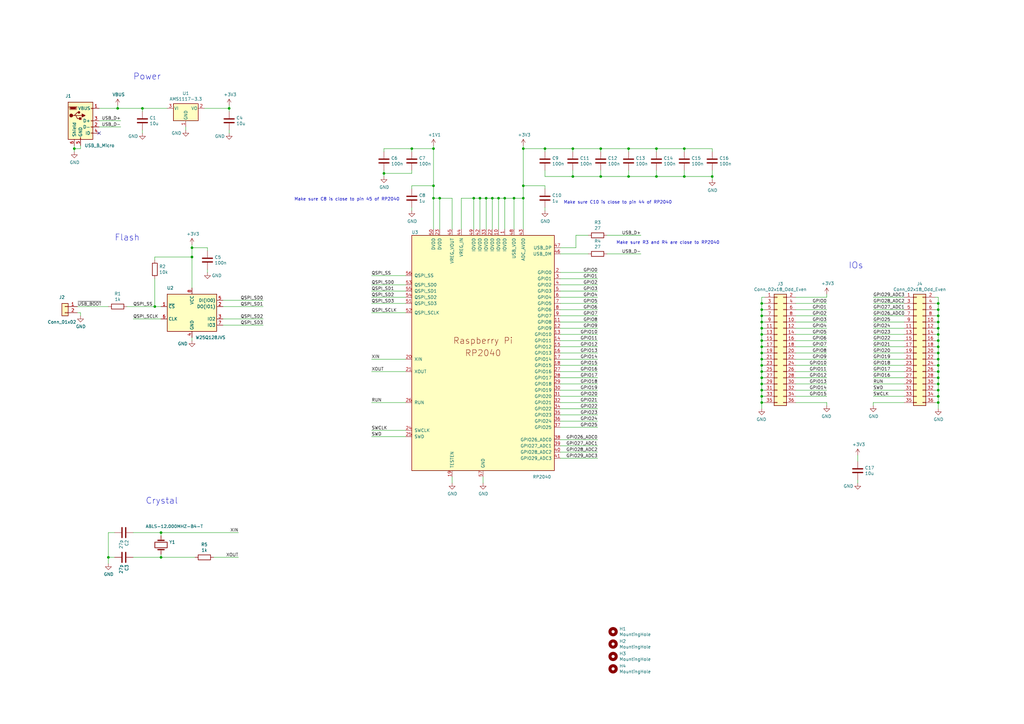
<source format=kicad_sch>
(kicad_sch (version 20230121) (generator eeschema)
  (paper "A3")
  (title_block (title "RP2040 Minimal Design Example") (date "2020-12-18") (rev "REV1") (company "Raspberry Pi (Trading) Ltd"))
  (lib_symbols
    (symbol "Connector:USB_B_Micro" (pin_names (offset 1.016))
      (property "Reference" "J" (at -5.08 11.43 0))
      (property "Value" "USB_B_Micro" (at -5.08 8.89 0))
      (symbol "USB_B_Micro_0_1"
        (rectangle (start -5.08 -7.62) (end 5.08 7.62) (stroke (width 0.254)) (fill (type background)))
        (circle (center -3.81 2.159) (radius 0.635) (stroke (width 0.254)) (fill (type outline)))
        (circle (center -0.635 3.429) (radius 0.381) (stroke (width 0.254)) (fill (type outline)))
        (rectangle (start -0.127 -7.62) (end 0.127 -6.858))
        (polyline (pts (xy -1.905 2.159) (xy 0.635 2.159)) (stroke (width 0.254)))
        (polyline (pts (xy -3.175 2.159) (xy -2.54 2.159) (xy -1.27 3.429) (xy -0.635 3.429)) (stroke (width 0.254)))
        (polyline (pts (xy -2.54 2.159) (xy -1.905 2.159) (xy -1.27 0.889) (xy 0 0.889)) (stroke (width 0.254)))
        (polyline (pts (xy 0.635 2.794) (xy 0.635 1.524) (xy 1.905 2.159) (xy 0.635 2.794)) (stroke (width 0.254)) (fill (type outline)))
        (polyline (pts (xy -4.318 5.588) (xy -1.778 5.588) (xy -2.032 4.826) (xy -4.064 4.826) (xy -4.318 5.588)) (fill (type outline)))
        (polyline (pts (xy -4.699 5.842) (xy -4.699 5.588) (xy -4.445 4.826) (xy -4.445 4.572) (xy -1.651 4.572) (xy -1.651 4.826) (xy -1.397 5.588) (xy -1.397 5.842) (xy -4.699 5.842)))
        (rectangle (start 0.254 1.27) (end -0.508 0.508) (stroke (width 0.254)) (fill (type outline)))
        (rectangle (start 5.08 -5.207) (end 4.318 -4.953))
        (rectangle (start 5.08 -2.667) (end 4.318 -2.413))
        (rectangle (start 5.08 -0.127) (end 4.318 0.127))
        (rectangle (start 5.08 4.953) (end 4.318 5.207))
      )
      (symbol "USB_B_Micro_1_1"
        (pin power_out line (at 7.62 5.08 180) (length 2.54) (name "VBUS") (number "1"))
        (pin bidirectional line (at 7.62 -2.54 180) (length 2.54) (name "D-") (number "2"))
        (pin bidirectional line (at 7.62 0 180) (length 2.54) (name "D+") (number "3"))
        (pin passive line (at 7.62 -5.08 180) (length 2.54) (name "ID") (number "4"))
        (pin power_out line (at 0 -10.16 90) (length 2.54) (name "GND") (number "5"))
        (pin passive line (at -2.54 -10.16 90) (length 2.54) (name "Shield") (number "6"))
      )
    )
    (symbol "Connector_Generic:Conn_01x02" (pin_names (offset 1.016) hide)
      (property "Reference" "J" (at 0 2.54 0))
      (property "Value" "Conn_01x02" (at 0 -5.08 0))
      (symbol "Conn_01x02_1_1"
        (rectangle (start -1.27 -2.413) (end 0 -2.667) (stroke (width 0.1524)))
        (rectangle (start -1.27 0.127) (end 0 -0.127) (stroke (width 0.1524)))
        (rectangle (start -1.27 1.27) (end 1.27 -3.81) (stroke (width 0.254)) (fill (type background)))
        (pin passive line (at -5.08 0 0) (length 3.81) (name "Pin_1") (number "1"))
        (pin passive line (at -5.08 -2.54 0) (length 3.81) (name "Pin_2") (number "2"))
      )
    )
    (symbol "Connector_Generic:Conn_02x18_Odd_Even" (pin_names (offset 1.016) hide)
      (property "Reference" "J" (at 1.27 22.86 0))
      (property "Value" "Conn_02x18_Odd_Even" (at 1.27 -25.4 0))
      (symbol "Conn_02x18_Odd_Even_1_1"
        (rectangle (start -1.27 -22.733) (end 0 -22.987) (stroke (width 0.1524)))
        (rectangle (start -1.27 -20.193) (end 0 -20.447) (stroke (width 0.1524)))
        (rectangle (start -1.27 -17.653) (end 0 -17.907) (stroke (width 0.1524)))
        (rectangle (start -1.27 -15.113) (end 0 -15.367) (stroke (width 0.1524)))
        (rectangle (start -1.27 -12.573) (end 0 -12.827) (stroke (width 0.1524)))
        (rectangle (start -1.27 -10.033) (end 0 -10.287) (stroke (width 0.1524)))
        (rectangle (start -1.27 -7.493) (end 0 -7.747) (stroke (width 0.1524)))
        (rectangle (start -1.27 -4.953) (end 0 -5.207) (stroke (width 0.1524)))
        (rectangle (start -1.27 -2.413) (end 0 -2.667) (stroke (width 0.1524)))
        (rectangle (start -1.27 0.127) (end 0 -0.127) (stroke (width 0.1524)))
        (rectangle (start -1.27 2.667) (end 0 2.413) (stroke (width 0.1524)))
        (rectangle (start -1.27 5.207) (end 0 4.953) (stroke (width 0.1524)))
        (rectangle (start -1.27 7.747) (end 0 7.493) (stroke (width 0.1524)))
        (rectangle (start -1.27 10.287) (end 0 10.033) (stroke (width 0.1524)))
        (rectangle (start -1.27 12.827) (end 0 12.573) (stroke (width 0.1524)))
        (rectangle (start -1.27 15.367) (end 0 15.113) (stroke (width 0.1524)))
        (rectangle (start -1.27 17.907) (end 0 17.653) (stroke (width 0.1524)))
        (rectangle (start -1.27 20.447) (end 0 20.193) (stroke (width 0.1524)))
        (rectangle (start -1.27 21.59) (end 3.81 -24.13) (stroke (width 0.254)) (fill (type background)))
        (rectangle (start 3.81 -22.733) (end 2.54 -22.987) (stroke (width 0.1524)))
        (rectangle (start 3.81 -20.193) (end 2.54 -20.447) (stroke (width 0.1524)))
        (rectangle (start 3.81 -17.653) (end 2.54 -17.907) (stroke (width 0.1524)))
        (rectangle (start 3.81 -15.113) (end 2.54 -15.367) (stroke (width 0.1524)))
        (rectangle (start 3.81 -12.573) (end 2.54 -12.827) (stroke (width 0.1524)))
        (rectangle (start 3.81 -10.033) (end 2.54 -10.287) (stroke (width 0.1524)))
        (rectangle (start 3.81 -7.493) (end 2.54 -7.747) (stroke (width 0.1524)))
        (rectangle (start 3.81 -4.953) (end 2.54 -5.207) (stroke (width 0.1524)))
        (rectangle (start 3.81 -2.413) (end 2.54 -2.667) (stroke (width 0.1524)))
        (rectangle (start 3.81 0.127) (end 2.54 -0.127) (stroke (width 0.1524)))
        (rectangle (start 3.81 2.667) (end 2.54 2.413) (stroke (width 0.1524)))
        (rectangle (start 3.81 5.207) (end 2.54 4.953) (stroke (width 0.1524)))
        (rectangle (start 3.81 7.747) (end 2.54 7.493) (stroke (width 0.1524)))
        (rectangle (start 3.81 10.287) (end 2.54 10.033) (stroke (width 0.1524)))
        (rectangle (start 3.81 12.827) (end 2.54 12.573) (stroke (width 0.1524)))
        (rectangle (start 3.81 15.367) (end 2.54 15.113) (stroke (width 0.1524)))
        (rectangle (start 3.81 17.907) (end 2.54 17.653) (stroke (width 0.1524)))
        (rectangle (start 3.81 20.447) (end 2.54 20.193) (stroke (width 0.1524)))
        (pin passive line (at -5.08 20.32 0) (length 3.81) (name "Pin_1") (number "1"))
        (pin passive line (at 7.62 10.16 180) (length 3.81) (name "Pin_10") (number "10"))
        (pin passive line (at -5.08 7.62 0) (length 3.81) (name "Pin_11") (number "11"))
        (pin passive line (at 7.62 7.62 180) (length 3.81) (name "Pin_12") (number "12"))
        (pin passive line (at -5.08 5.08 0) (length 3.81) (name "Pin_13") (number "13"))
        (pin passive line (at 7.62 5.08 180) (length 3.81) (name "Pin_14") (number "14"))
        (pin passive line (at -5.08 2.54 0) (length 3.81) (name "Pin_15") (number "15"))
        (pin passive line (at 7.62 2.54 180) (length 3.81) (name "Pin_16") (number "16"))
        (pin passive line (at -5.08 0 0) (length 3.81) (name "Pin_17") (number "17"))
        (pin passive line (at 7.62 0 180) (length 3.81) (name "Pin_18") (number "18"))
        (pin passive line (at -5.08 -2.54 0) (length 3.81) (name "Pin_19") (number "19"))
        (pin passive line (at 7.62 20.32 180) (length 3.81) (name "Pin_2") (number "2"))
        (pin passive line (at 7.62 -2.54 180) (length 3.81) (name "Pin_20") (number "20"))
        (pin passive line (at -5.08 -5.08 0) (length 3.81) (name "Pin_21") (number "21"))
        (pin passive line (at 7.62 -5.08 180) (length 3.81) (name "Pin_22") (number "22"))
        (pin passive line (at -5.08 -7.62 0) (length 3.81) (name "Pin_23") (number "23"))
        (pin passive line (at 7.62 -7.62 180) (length 3.81) (name "Pin_24") (number "24"))
        (pin passive line (at -5.08 -10.16 0) (length 3.81) (name "Pin_25") (number "25"))
        (pin passive line (at 7.62 -10.16 180) (length 3.81) (name "Pin_26") (number "26"))
        (pin passive line (at -5.08 -12.7 0) (length 3.81) (name "Pin_27") (number "27"))
        (pin passive line (at 7.62 -12.7 180) (length 3.81) (name "Pin_28") (number "28"))
        (pin passive line (at -5.08 -15.24 0) (length 3.81) (name "Pin_29") (number "29"))
        (pin passive line (at -5.08 17.78 0) (length 3.81) (name "Pin_3") (number "3"))
        (pin passive line (at 7.62 -15.24 180) (length 3.81) (name "Pin_30") (number "30"))
        (pin passive line (at -5.08 -17.78 0) (length 3.81) (name "Pin_31") (number "31"))
        (pin passive line (at 7.62 -17.78 180) (length 3.81) (name "Pin_32") (number "32"))
        (pin passive line (at -5.08 -20.32 0) (length 3.81) (name "Pin_33") (number "33"))
        (pin passive line (at 7.62 -20.32 180) (length 3.81) (name "Pin_34") (number "34"))
        (pin passive line (at -5.08 -22.86 0) (length 3.81) (name "Pin_35") (number "35"))
        (pin passive line (at 7.62 -22.86 180) (length 3.81) (name "Pin_36") (number "36"))
        (pin passive line (at 7.62 17.78 180) (length 3.81) (name "Pin_4") (number "4"))
        (pin passive line (at -5.08 15.24 0) (length 3.81) (name "Pin_5") (number "5"))
        (pin passive line (at 7.62 15.24 180) (length 3.81) (name "Pin_6") (number "6"))
        (pin passive line (at -5.08 12.7 0) (length 3.81) (name "Pin_7") (number "7"))
        (pin passive line (at 7.62 12.7 180) (length 3.81) (name "Pin_8") (number "8"))
        (pin passive line (at -5.08 10.16 0) (length 3.81) (name "Pin_9") (number "9"))
      )
    )
    (symbol "Device:C" (pin_numbers hide) (pin_names (offset 0.254))
      (property "Reference" "C" (at 0.635 2.54 0))
      (property "Value" "C" (at 0.635 -2.54 0))
      (symbol "C_0_1"
        (polyline (pts (xy -2.032 -0.762) (xy 2.032 -0.762)) (stroke (width 0.508)))
        (polyline (pts (xy -2.032 0.762) (xy 2.032 0.762)) (stroke (width 0.508)))
      )
      (symbol "C_1_1"
        (pin passive line (at 0 3.81 270) (length 2.794) (name "~") (number "1"))
        (pin passive line (at 0 -3.81 90) (length 2.794) (name "~") (number "2"))
      )
    )
    (symbol "Device:Crystal" (pin_numbers hide) (pin_names (offset 1.016) hide)
      (property "Reference" "Y" (at 0 3.81 0))
      (property "Value" "Crystal" (at 0 -3.81 0))
      (symbol "Crystal_0_1"
        (rectangle (start -1.143 2.54) (end 1.143 -2.54) (stroke (width 0.3048)))
        (polyline (pts (xy -2.54 0) (xy -1.905 0)))
        (polyline (pts (xy -1.905 -1.27) (xy -1.905 1.27)) (stroke (width 0.508)))
        (polyline (pts (xy 1.905 -1.27) (xy 1.905 1.27)) (stroke (width 0.508)))
        (polyline (pts (xy 2.54 0) (xy 1.905 0)))
      )
      (symbol "Crystal_1_1"
        (pin passive line (at -3.81 0 0) (length 1.27) (name "1") (number "1"))
        (pin passive line (at 3.81 0 180) (length 1.27) (name "2") (number "2"))
      )
    )
    (symbol "Device:R" (pin_numbers hide) (pin_names (offset 0))
      (property "Reference" "R" (at 2.032 0 90))
      (property "Value" "R" (at 0 0 90))
      (symbol "R_0_1"
        (rectangle (start -1.016 -2.54) (end 1.016 2.54) (stroke (width 0.254)))
      )
      (symbol "R_1_1"
        (pin passive line (at 0 3.81 270) (length 1.27) (name "~") (number "1"))
        (pin passive line (at 0 -3.81 90) (length 1.27) (name "~") (number "2"))
      )
    )
    (symbol "MCU_RaspberryPi_RP2040:RP2040" (pin_names (offset 1.016))
      (property "Reference" "U" (at -29.21 49.53 0))
      (property "Value" "RP2040" (at 24.13 -49.53 0))
      (symbol "RP2040_0_0"
        (text "Raspberry Pi" (at 0 5.08 0) (effects (font (size 2.54 2.54))))
        (text "RP2040" (at 0 0 0) (effects (font (size 2.54 2.54))))
      )
      (symbol "RP2040_0_1"
        (rectangle (start 29.21 48.26) (end -29.21 -48.26) (stroke (width 0.254)) (fill (type background)))
      )
      (symbol "RP2040_1_1"
        (pin power_in line (at 8.89 50.8 270) (length 2.54) (name "IOVDD") (number "1"))
        (pin power_in line (at 6.35 50.8 270) (length 2.54) (name "IOVDD") (number "10"))
        (pin bidirectional line (at 31.75 12.7 180) (length 2.54) (name "GPIO8") (number "11"))
        (pin bidirectional line (at 31.75 10.16 180) (length 2.54) (name "GPIO9") (number "12"))
        (pin bidirectional line (at 31.75 7.62 180) (length 2.54) (name "GPIO10") (number "13"))
        (pin bidirectional line (at 31.75 5.08 180) (length 2.54) (name "GPIO11") (number "14"))
        (pin bidirectional line (at 31.75 2.54 180) (length 2.54) (name "GPIO12") (number "15"))
        (pin bidirectional line (at 31.75 0 180) (length 2.54) (name "GPIO13") (number "16"))
        (pin bidirectional line (at 31.75 -2.54 180) (length 2.54) (name "GPIO14") (number "17"))
        (pin bidirectional line (at 31.75 -5.08 180) (length 2.54) (name "GPIO15") (number "18"))
        (pin passive line (at -12.7 -50.8 90) (length 2.54) (name "TESTEN") (number "19"))
        (pin bidirectional line (at 31.75 33.02 180) (length 2.54) (name "GPIO0") (number "2"))
        (pin input line (at -31.75 -2.54 0) (length 2.54) (name "XIN") (number "20"))
        (pin passive line (at -31.75 -7.62 0) (length 2.54) (name "XOUT") (number "21"))
        (pin power_in line (at 3.81 50.8 270) (length 2.54) (name "IOVDD") (number "22"))
        (pin power_in line (at -17.78 50.8 270) (length 2.54) (name "DVDD") (number "23"))
        (pin output line (at -31.75 -31.75 0) (length 2.54) (name "SWCLK") (number "24"))
        (pin bidirectional line (at -31.75 -34.29 0) (length 2.54) (name "SWD") (number "25"))
        (pin input line (at -31.75 -20.32 0) (length 2.54) (name "RUN") (number "26"))
        (pin bidirectional line (at 31.75 -7.62 180) (length 2.54) (name "GPIO16") (number "27"))
        (pin bidirectional line (at 31.75 -10.16 180) (length 2.54) (name "GPIO17") (number "28"))
        (pin bidirectional line (at 31.75 -12.7 180) (length 2.54) (name "GPIO18") (number "29"))
        (pin bidirectional line (at 31.75 30.48 180) (length 2.54) (name "GPIO1") (number "3"))
        (pin bidirectional line (at 31.75 -15.24 180) (length 2.54) (name "GPIO19") (number "30"))
        (pin bidirectional line (at 31.75 -17.78 180) (length 2.54) (name "GPIO20") (number "31"))
        (pin bidirectional line (at 31.75 -20.32 180) (length 2.54) (name "GPIO21") (number "32"))
        (pin power_in line (at 1.27 50.8 270) (length 2.54) (name "IOVDD") (number "33"))
        (pin bidirectional line (at 31.75 -22.86 180) (length 2.54) (name "GPIO22") (number "34"))
        (pin bidirectional line (at 31.75 -25.4 180) (length 2.54) (name "GPIO23") (number "35"))
        (pin bidirectional line (at 31.75 -27.94 180) (length 2.54) (name "GPIO24") (number "36"))
        (pin bidirectional line (at 31.75 -30.48 180) (length 2.54) (name "GPIO25") (number "37"))
        (pin bidirectional line (at 31.75 -35.56 180) (length 2.54) (name "GPIO26_ADC0") (number "38"))
        (pin bidirectional line (at 31.75 -38.1 180) (length 2.54) (name "GPIO27_ADC1") (number "39"))
        (pin bidirectional line (at 31.75 27.94 180) (length 2.54) (name "GPIO2") (number "4"))
        (pin bidirectional line (at 31.75 -40.64 180) (length 2.54) (name "GPIO28_ADC2") (number "40"))
        (pin bidirectional line (at 31.75 -43.18 180) (length 2.54) (name "GPIO29_ADC3") (number "41"))
        (pin power_in line (at -1.27 50.8 270) (length 2.54) (name "IOVDD") (number "42"))
        (pin power_in line (at 16.51 50.8 270) (length 2.54) (name "ADC_AVDD") (number "43"))
        (pin power_in line (at -8.89 50.8 270) (length 2.54) (name "VREG_IN") (number "44"))
        (pin power_out line (at -12.7 50.8 270) (length 2.54) (name "VREG_VOUT") (number "45"))
        (pin bidirectional line (at 31.75 40.64 180) (length 2.54) (name "USB_DM") (number "46"))
        (pin bidirectional line (at 31.75 43.18 180) (length 2.54) (name "USB_DP") (number "47"))
        (pin power_in line (at 12.7 50.8 270) (length 2.54) (name "USB_VDD") (number "48"))
        (pin power_in line (at -3.81 50.8 270) (length 2.54) (name "IOVDD") (number "49"))
        (pin bidirectional line (at 31.75 25.4 180) (length 2.54) (name "GPIO3") (number "5"))
        (pin power_in line (at -20.32 50.8 270) (length 2.54) (name "DVDD") (number "50"))
        (pin bidirectional line (at -31.75 20.32 0) (length 2.54) (name "QSPI_SD3") (number "51"))
        (pin output line (at -31.75 16.51 0) (length 2.54) (name "QSPI_SCLK") (number "52"))
        (pin bidirectional line (at -31.75 27.94 0) (length 2.54) (name "QSPI_SD0") (number "53"))
        (pin bidirectional line (at -31.75 22.86 0) (length 2.54) (name "QSPI_SD2") (number "54"))
        (pin bidirectional line (at -31.75 25.4 0) (length 2.54) (name "QSPI_SD1") (number "55"))
        (pin bidirectional line (at -31.75 31.75 0) (length 2.54) (name "QSPI_SS") (number "56"))
        (pin power_in line (at 0 -50.8 90) (length 2.54) (name "GND") (number "57"))
        (pin bidirectional line (at 31.75 22.86 180) (length 2.54) (name "GPIO4") (number "6"))
        (pin bidirectional line (at 31.75 20.32 180) (length 2.54) (name "GPIO5") (number "7"))
        (pin bidirectional line (at 31.75 17.78 180) (length 2.54) (name "GPIO6") (number "8"))
        (pin bidirectional line (at 31.75 15.24 180) (length 2.54) (name "GPIO7") (number "9"))
      )
    )
    (symbol "Mechanical:MountingHole" (pin_names (offset 1.016))
      (property "Reference" "H" (at 0 5.08 0))
      (property "Value" "MountingHole" (at 0 3.175 0))
      (symbol "MountingHole_0_1"
        (circle (center 0 0) (radius 1.27) (stroke (width 1.27)))
      )
    )
    (symbol "Memory_Flash:W25Q128JVS"
      (property "Reference" "U" (at -8.89 8.89 0))
      (property "Value" "W25Q128JVS" (at 7.62 8.89 0))
      (symbol "W25Q128JVS_0_1"
        (rectangle (start -10.16 7.62) (end 10.16 -7.62) (stroke (width 0.254)) (fill (type background)))
      )
      (symbol "W25Q128JVS_1_1"
        (pin input line (at -12.7 2.54 0) (length 2.54) (name "~{CS}") (number "1"))
        (pin bidirectional line (at 12.7 2.54 180) (length 2.54) (name "DO(IO1)") (number "2"))
        (pin bidirectional line (at 12.7 -2.54 180) (length 2.54) (name "IO2") (number "3"))
        (pin power_in line (at 0 -10.16 90) (length 2.54) (name "GND") (number "4"))
        (pin bidirectional line (at 12.7 5.08 180) (length 2.54) (name "DI(IO0)") (number "5"))
        (pin input line (at -12.7 -2.54 0) (length 2.54) (name "CLK") (number "6"))
        (pin bidirectional line (at 12.7 -5.08 180) (length 2.54) (name "IO3") (number "7"))
        (pin power_in line (at 0 10.16 270) (length 2.54) (name "VCC") (number "8"))
      )
    )
    (symbol "Regulator_Linear:NCP1117-3.3_SOT223" (pin_names (offset 0.254))
      (property "Reference" "U" (at -3.81 3.175 0))
      (property "Value" "NCP1117-3.3_SOT223" (at 0 3.175 0))
      (symbol "NCP1117-3.3_SOT223_0_1"
        (rectangle (start -5.08 -5.08) (end 5.08 1.905) (stroke (width 0.254)) (fill (type background)))
      )
      (symbol "NCP1117-3.3_SOT223_1_1"
        (pin power_in line (at 0 -7.62 90) (length 2.54) (name "GND") (number "1"))
        (pin power_out line (at 7.62 0 180) (length 2.54) (name "VO") (number "2"))
        (pin power_in line (at -7.62 0 0) (length 2.54) (name "VI") (number "3"))
      )
    )
    (symbol "power:+1V1" (power) (pin_names (offset 0))
      (property "Value" "+1V1" (at 0 3.556 0))
      (symbol "+1V1_0_1"
        (polyline (pts (xy -0.762 1.27) (xy 0 2.54)))
        (polyline (pts (xy 0 0) (xy 0 2.54)))
        (polyline (pts (xy 0 2.54) (xy 0.762 1.27)))
      )
      (symbol "+1V1_1_1"
        (pin power_in line (at 0 0 90) (length 0) hide (name "+1V1") (number "1"))
      )
    )
    (symbol "power:+3V3" (power) (pin_names (offset 0))
      (property "Value" "+3V3" (at 0 3.556 0))
      (symbol "+3V3_0_1"
        (polyline (pts (xy -0.762 1.27) (xy 0 2.54)))
        (polyline (pts (xy 0 0) (xy 0 2.54)))
        (polyline (pts (xy 0 2.54) (xy 0.762 1.27)))
      )
      (symbol "+3V3_1_1"
        (pin power_in line (at 0 0 90) (length 0) hide (name "+3V3") (number "1"))
      )
    )
    (symbol "power:GND" (power) (pin_names (offset 0))
      (property "Value" "GND" (at 0 -3.81 0))
      (symbol "GND_0_1"
        (polyline (pts (xy 0 0) (xy 0 -1.27) (xy 1.27 -1.27) (xy 0 -2.54) (xy -1.27 -1.27) (xy 0 -1.27)))
      )
      (symbol "GND_1_1"
        (pin power_in line (at 0 0 270) (length 0) hide (name "GND") (number "1"))
      )
    )
    (symbol "power:VBUS" (power) (pin_names (offset 0))
      (property "Value" "VBUS" (at 0 3.81 0))
      (symbol "VBUS_0_1"
        (polyline (pts (xy -0.762 1.27) (xy 0 2.54)))
        (polyline (pts (xy 0 0) (xy 0 2.54)))
        (polyline (pts (xy 0 2.54) (xy 0.762 1.27)))
      )
      (symbol "VBUS_1_1"
        (pin power_in line (at 0 0 90) (length 0) hide (name "VBUS") (number "1"))
      )
    )
  )
  (junction (at 312.42 124.46))
  (junction (at 384.81 147.32))
  (junction (at 312.42 139.7))
  (junction (at 58.42 44.45))
  (junction (at 66.04 218.44))
  (junction (at 223.52 60.96))
  (junction (at 269.24 72.39))
  (junction (at 257.81 60.96))
  (junction (at 384.81 162.56))
  (junction (at 384.81 127))
  (junction (at 234.95 72.39))
  (junction (at 48.26 44.45))
  (junction (at 384.81 137.16))
  (junction (at 180.34 81.28))
  (junction (at 384.81 160.02))
  (junction (at 384.81 165.1))
  (junction (at 384.81 142.24))
  (junction (at 44.45 228.6))
  (junction (at 384.81 132.08))
  (junction (at 384.81 152.4))
  (junction (at 312.42 132.08))
  (junction (at 312.42 165.1))
  (junction (at 214.63 76.2))
  (junction (at 384.81 124.46))
  (junction (at 384.81 129.54))
  (junction (at 312.42 134.62))
  (junction (at 312.42 154.94))
  (junction (at 246.38 72.39))
  (junction (at 199.39 81.28))
  (junction (at 312.42 127))
  (junction (at 384.81 149.86))
  (junction (at 292.1 72.39))
  (junction (at 312.42 162.56))
  (junction (at 312.42 129.54))
  (junction (at 312.42 152.4))
  (junction (at 312.42 149.86))
  (junction (at 384.81 154.94))
  (junction (at 384.81 139.7))
  (junction (at 157.48 71.12))
  (junction (at 269.24 60.96))
  (junction (at 30.48 60.96))
  (junction (at 312.42 147.32))
  (junction (at 168.91 60.96))
  (junction (at 93.98 44.45))
  (junction (at 207.01 81.28))
  (junction (at 214.63 81.28))
  (junction (at 201.93 81.28))
  (junction (at 384.81 134.62))
  (junction (at 177.8 60.96))
  (junction (at 312.42 137.16))
  (junction (at 78.74 105.41))
  (junction (at 234.95 60.96))
  (junction (at 194.31 81.28))
  (junction (at 78.74 101.6))
  (junction (at 214.63 60.96))
  (junction (at 312.42 142.24))
  (junction (at 384.81 144.78))
  (junction (at 204.47 81.28))
  (junction (at 246.38 60.96))
  (junction (at 280.67 72.39))
  (junction (at 312.42 144.78))
  (junction (at 312.42 160.02))
  (junction (at 280.67 60.96))
  (junction (at 384.81 157.48))
  (junction (at 177.8 81.28))
  (junction (at 210.82 81.28))
  (junction (at 177.8 76.2))
  (junction (at 257.81 72.39))
  (junction (at 312.42 157.48))
  (junction (at 63.5 125.73))
  (junction (at 66.04 228.6))
  (junction (at 196.85 81.28))
  (no_connect (at 40.64 54.61))
  (wire (pts (xy 229.87 132.08) (xy 245.11 132.08)))
  (wire (pts (xy 229.87 157.48) (xy 245.11 157.48)))
  (wire (pts (xy 370.84 149.86) (xy 358.14 149.86)))
  (wire (pts (xy 207.01 81.28) (xy 210.82 81.28)))
  (wire (pts (xy 236.22 96.52) (xy 236.22 101.6)))
  (wire (pts (xy 157.48 69.85) (xy 157.48 71.12)))
  (wire (pts (xy 229.87 137.16) (xy 245.11 137.16)))
  (wire (pts (xy 180.34 93.98) (xy 180.34 81.28)))
  (wire (pts (xy 313.69 127) (xy 312.42 127)))
  (wire (pts (xy 168.91 77.47) (xy 168.91 76.2)))
  (wire (pts (xy 313.69 132.08) (xy 312.42 132.08)))
  (wire (pts (xy 370.84 132.08) (xy 358.14 132.08)))
  (wire (pts (xy 229.87 119.38) (xy 245.11 119.38)))
  (wire (pts (xy 177.8 59.69) (xy 177.8 60.96)))
  (wire (pts (xy 58.42 45.72) (xy 58.42 44.45)))
  (wire (pts (xy 91.44 133.35) (xy 107.95 133.35)))
  (wire (pts (xy 63.5 106.68) (xy 63.5 105.41)))
  (wire (pts (xy 157.48 71.12) (xy 157.48 72.39)))
  (wire (pts (xy 339.09 121.92) (xy 339.09 120.65)))
  (wire (pts (xy 229.87 147.32) (xy 245.11 147.32)))
  (wire (pts (xy 214.63 60.96) (xy 223.52 60.96)))
  (wire (pts (xy 194.31 93.98) (xy 194.31 81.28)))
  (wire (pts (xy 234.95 69.85) (xy 234.95 72.39)))
  (wire (pts (xy 201.93 81.28) (xy 204.47 81.28)))
  (wire (pts (xy 370.84 137.16) (xy 358.14 137.16)))
  (wire (pts (xy 384.81 144.78) (xy 384.81 147.32)))
  (wire (pts (xy 223.52 85.09) (xy 223.52 86.36)))
  (wire (pts (xy 339.09 144.78) (xy 326.39 144.78)))
  (wire (pts (xy 91.44 123.19) (xy 107.95 123.19)))
  (wire (pts (xy 384.81 127) (xy 384.81 129.54)))
  (wire (pts (xy 68.58 44.45) (xy 58.42 44.45)))
  (wire (pts (xy 383.54 127) (xy 384.81 127)))
  (wire (pts (xy 339.09 127) (xy 326.39 127)))
  (wire (pts (xy 384.81 152.4) (xy 384.81 154.94)))
  (wire (pts (xy 384.81 149.86) (xy 384.81 152.4)))
  (wire (pts (xy 196.85 81.28) (xy 199.39 81.28)))
  (wire (pts (xy 229.87 124.46) (xy 245.11 124.46)))
  (wire (pts (xy 214.63 59.69) (xy 214.63 60.96)))
  (wire (pts (xy 257.81 62.23) (xy 257.81 60.96)))
  (wire (pts (xy 257.81 72.39) (xy 246.38 72.39)))
  (wire (pts (xy 196.85 93.98) (xy 196.85 81.28)))
  (wire (pts (xy 40.64 52.07) (xy 49.53 52.07)))
  (wire (pts (xy 152.4 121.92) (xy 166.37 121.92)))
  (wire (pts (xy 66.04 228.6) (xy 80.01 228.6)))
  (wire (pts (xy 236.22 96.52) (xy 241.3 96.52)))
  (wire (pts (xy 93.98 45.72) (xy 93.98 44.45)))
  (wire (pts (xy 31.75 128.27) (xy 33.02 128.27)))
  (wire (pts (xy 214.63 76.2) (xy 223.52 76.2)))
  (wire (pts (xy 248.92 104.14) (xy 262.89 104.14)))
  (wire (pts (xy 358.14 166.37) (xy 358.14 165.1)))
  (wire (pts (xy 229.87 104.14) (xy 241.3 104.14)))
  (wire (pts (xy 339.09 129.54) (xy 326.39 129.54)))
  (wire (pts (xy 223.52 77.47) (xy 223.52 76.2)))
  (wire (pts (xy 312.42 139.7) (xy 312.42 142.24)))
  (wire (pts (xy 210.82 93.98) (xy 210.82 81.28)))
  (wire (pts (xy 76.2 52.07) (xy 76.2 53.34)))
  (wire (pts (xy 229.87 129.54) (xy 245.11 129.54)))
  (wire (pts (xy 229.87 187.96) (xy 245.11 187.96)))
  (wire (pts (xy 177.8 60.96) (xy 177.8 76.2)))
  (wire (pts (xy 384.81 139.7) (xy 384.81 142.24)))
  (wire (pts (xy 313.69 142.24) (xy 312.42 142.24)))
  (wire (pts (xy 384.81 132.08) (xy 384.81 134.62)))
  (wire (pts (xy 229.87 142.24) (xy 245.11 142.24)))
  (wire (pts (xy 312.42 149.86) (xy 312.42 152.4)))
  (wire (pts (xy 383.54 129.54) (xy 384.81 129.54)))
  (wire (pts (xy 46.99 218.44) (xy 44.45 218.44)))
  (wire (pts (xy 384.81 162.56) (xy 384.81 165.1)))
  (wire (pts (xy 312.42 157.48) (xy 312.42 160.02)))
  (wire (pts (xy 166.37 179.07) (xy 152.4 179.07)))
  (wire (pts (xy 384.81 124.46) (xy 384.81 127)))
  (wire (pts (xy 78.74 100.33) (xy 78.74 101.6)))
  (wire (pts (xy 313.69 160.02) (xy 312.42 160.02)))
  (wire (pts (xy 313.69 157.48) (xy 312.42 157.48)))
  (wire (pts (xy 384.81 142.24) (xy 384.81 144.78)))
  (wire (pts (xy 168.91 71.12) (xy 168.91 69.85)))
  (wire (pts (xy 370.84 157.48) (xy 358.14 157.48)))
  (wire (pts (xy 199.39 81.28) (xy 201.93 81.28)))
  (wire (pts (xy 384.81 134.62) (xy 384.81 137.16)))
  (wire (pts (xy 229.87 144.78) (xy 245.11 144.78)))
  (wire (pts (xy 383.54 154.94) (xy 384.81 154.94)))
  (wire (pts (xy 66.04 218.44) (xy 97.79 218.44)))
  (wire (pts (xy 229.87 175.26) (xy 245.11 175.26)))
  (wire (pts (xy 246.38 69.85) (xy 246.38 72.39)))
  (wire (pts (xy 269.24 72.39) (xy 257.81 72.39)))
  (wire (pts (xy 370.84 147.32) (xy 358.14 147.32)))
  (wire (pts (xy 312.42 142.24) (xy 312.42 144.78)))
  (wire (pts (xy 152.4 147.32) (xy 166.37 147.32)))
  (wire (pts (xy 312.42 121.92) (xy 312.42 124.46)))
  (wire (pts (xy 85.09 110.49) (xy 85.09 111.76)))
  (wire (pts (xy 168.91 85.09) (xy 168.91 86.36)))
  (wire (pts (xy 201.93 93.98) (xy 201.93 81.28)))
  (wire (pts (xy 370.84 152.4) (xy 358.14 152.4)))
  (wire (pts (xy 313.69 149.86) (xy 312.42 149.86)))
  (wire (pts (xy 177.8 81.28) (xy 177.8 93.98)))
  (wire (pts (xy 313.69 165.1) (xy 312.42 165.1)))
  (wire (pts (xy 229.87 152.4) (xy 245.11 152.4)))
  (wire (pts (xy 54.61 130.81) (xy 66.04 130.81)))
  (wire (pts (xy 383.54 137.16) (xy 384.81 137.16)))
  (wire (pts (xy 30.48 59.69) (xy 30.48 60.96)))
  (wire (pts (xy 384.81 137.16) (xy 384.81 139.7)))
  (wire (pts (xy 229.87 185.42) (xy 245.11 185.42)))
  (wire (pts (xy 44.45 228.6) (xy 44.45 231.14)))
  (wire (pts (xy 234.95 72.39) (xy 223.52 72.39)))
  (wire (pts (xy 157.48 62.23) (xy 157.48 60.96)))
  (wire (pts (xy 383.54 165.1) (xy 384.81 165.1)))
  (wire (pts (xy 93.98 44.45) (xy 93.98 43.18)))
  (wire (pts (xy 384.81 160.02) (xy 384.81 162.56)))
  (wire (pts (xy 280.67 72.39) (xy 292.1 72.39)))
  (wire (pts (xy 370.84 129.54) (xy 358.14 129.54)))
  (wire (pts (xy 339.09 132.08) (xy 326.39 132.08)))
  (wire (pts (xy 312.42 129.54) (xy 312.42 132.08)))
  (wire (pts (xy 52.07 125.73) (xy 63.5 125.73)))
  (wire (pts (xy 229.87 116.84) (xy 245.11 116.84)))
  (wire (pts (xy 78.74 138.43) (xy 78.74 139.7)))
  (wire (pts (xy 229.87 149.86) (xy 245.11 149.86)))
  (wire (pts (xy 229.87 162.56) (xy 245.11 162.56)))
  (wire (pts (xy 313.69 139.7) (xy 312.42 139.7)))
  (wire (pts (xy 189.23 81.28) (xy 194.31 81.28)))
  (wire (pts (xy 63.5 114.3) (xy 63.5 125.73)))
  (wire (pts (xy 168.91 60.96) (xy 177.8 60.96)))
  (wire (pts (xy 339.09 160.02) (xy 326.39 160.02)))
  (wire (pts (xy 33.02 60.96) (xy 30.48 60.96)))
  (wire (pts (xy 78.74 105.41) (xy 78.74 118.11)))
  (wire (pts (xy 229.87 165.1) (xy 245.11 165.1)))
  (wire (pts (xy 280.67 60.96) (xy 292.1 60.96)))
  (wire (pts (xy 339.09 154.94) (xy 326.39 154.94)))
  (wire (pts (xy 229.87 160.02) (xy 245.11 160.02)))
  (wire (pts (xy 384.81 121.92) (xy 384.81 124.46)))
  (wire (pts (xy 339.09 157.48) (xy 326.39 157.48)))
  (wire (pts (xy 370.84 144.78) (xy 358.14 144.78)))
  (wire (pts (xy 152.4 124.46) (xy 166.37 124.46)))
  (wire (pts (xy 384.81 165.1) (xy 384.81 167.64)))
  (wire (pts (xy 58.42 53.34) (xy 58.42 54.61)))
  (wire (pts (xy 166.37 165.1) (xy 152.4 165.1)))
  (wire (pts (xy 312.42 152.4) (xy 312.42 154.94)))
  (wire (pts (xy 44.45 125.73) (xy 31.75 125.73)))
  (wire (pts (xy 383.54 139.7) (xy 384.81 139.7)))
  (wire (pts (xy 152.4 116.84) (xy 166.37 116.84)))
  (wire (pts (xy 223.52 62.23) (xy 223.52 60.96)))
  (wire (pts (xy 313.69 129.54) (xy 312.42 129.54)))
  (wire (pts (xy 339.09 166.37) (xy 339.09 165.1)))
  (wire (pts (xy 280.67 62.23) (xy 280.67 60.96)))
  (wire (pts (xy 339.09 134.62) (xy 326.39 134.62)))
  (wire (pts (xy 189.23 93.98) (xy 189.23 81.28)))
  (wire (pts (xy 246.38 62.23) (xy 246.38 60.96)))
  (wire (pts (xy 30.48 60.96) (xy 30.48 62.23)))
  (wire (pts (xy 40.64 44.45) (xy 48.26 44.45)))
  (wire (pts (xy 166.37 152.4) (xy 152.4 152.4)))
  (wire (pts (xy 168.91 62.23) (xy 168.91 60.96)))
  (wire (pts (xy 204.47 81.28) (xy 207.01 81.28)))
  (wire (pts (xy 91.44 125.73) (xy 107.95 125.73)))
  (wire (pts (xy 152.4 119.38) (xy 166.37 119.38)))
  (wire (pts (xy 339.09 137.16) (xy 326.39 137.16)))
  (wire (pts (xy 384.81 147.32) (xy 384.81 149.86)))
  (wire (pts (xy 85.09 101.6) (xy 78.74 101.6)))
  (wire (pts (xy 180.34 81.28) (xy 177.8 81.28)))
  (wire (pts (xy 229.87 139.7) (xy 245.11 139.7)))
  (wire (pts (xy 48.26 44.45) (xy 58.42 44.45)))
  (wire (pts (xy 383.54 157.48) (xy 384.81 157.48)))
  (wire (pts (xy 54.61 228.6) (xy 66.04 228.6)))
  (wire (pts (xy 48.26 43.18) (xy 48.26 44.45)))
  (wire (pts (xy 312.42 127) (xy 312.42 129.54)))
  (wire (pts (xy 313.69 137.16) (xy 312.42 137.16)))
  (wire (pts (xy 370.84 154.94) (xy 358.14 154.94)))
  (wire (pts (xy 229.87 180.34) (xy 245.11 180.34)))
  (wire (pts (xy 280.67 72.39) (xy 269.24 72.39)))
  (wire (pts (xy 257.81 60.96) (xy 269.24 60.96)))
  (wire (pts (xy 339.09 165.1) (xy 326.39 165.1)))
  (wire (pts (xy 207.01 81.28) (xy 207.01 93.98)))
  (wire (pts (xy 280.67 69.85) (xy 280.67 72.39)))
  (wire (pts (xy 234.95 62.23) (xy 234.95 60.96)))
  (wire (pts (xy 383.54 149.86) (xy 384.81 149.86)))
  (wire (pts (xy 339.09 121.92) (xy 326.39 121.92)))
  (wire (pts (xy 157.48 60.96) (xy 168.91 60.96)))
  (wire (pts (xy 312.42 160.02) (xy 312.42 162.56)))
  (wire (pts (xy 63.5 125.73) (xy 66.04 125.73)))
  (wire (pts (xy 383.54 144.78) (xy 384.81 144.78)))
  (wire (pts (xy 313.69 144.78) (xy 312.42 144.78)))
  (wire (pts (xy 66.04 219.71) (xy 66.04 218.44)))
  (wire (pts (xy 229.87 114.3) (xy 245.11 114.3)))
  (wire (pts (xy 383.54 147.32) (xy 384.81 147.32)))
  (wire (pts (xy 370.84 124.46) (xy 358.14 124.46)))
  (wire (pts (xy 229.87 111.76) (xy 245.11 111.76)))
  (wire (pts (xy 185.42 93.98) (xy 185.42 81.28)))
  (wire (pts (xy 370.84 139.7) (xy 358.14 139.7)))
  (wire (pts (xy 313.69 121.92) (xy 312.42 121.92)))
  (wire (pts (xy 351.79 186.69) (xy 351.79 189.23)))
  (wire (pts (xy 229.87 182.88) (xy 245.11 182.88)))
  (wire (pts (xy 269.24 62.23) (xy 269.24 60.96)))
  (wire (pts (xy 384.81 157.48) (xy 384.81 160.02)))
  (wire (pts (xy 229.87 134.62) (xy 245.11 134.62)))
  (wire (pts (xy 370.84 142.24) (xy 358.14 142.24)))
  (wire (pts (xy 229.87 121.92) (xy 245.11 121.92)))
  (wire (pts (xy 339.09 139.7) (xy 326.39 139.7)))
  (wire (pts (xy 370.84 162.56) (xy 358.14 162.56)))
  (wire (pts (xy 312.42 132.08) (xy 312.42 134.62)))
  (wire (pts (xy 78.74 101.6) (xy 78.74 105.41)))
  (wire (pts (xy 351.79 196.85) (xy 351.79 198.12)))
  (wire (pts (xy 370.84 134.62) (xy 358.14 134.62)))
  (wire (pts (xy 383.54 121.92) (xy 384.81 121.92)))
  (wire (pts (xy 257.81 69.85) (xy 257.81 72.39)))
  (wire (pts (xy 383.54 162.56) (xy 384.81 162.56)))
  (wire (pts (xy 234.95 60.96) (xy 246.38 60.96)))
  (wire (pts (xy 229.87 127) (xy 245.11 127)))
  (wire (pts (xy 384.81 154.94) (xy 384.81 157.48)))
  (wire (pts (xy 384.81 129.54) (xy 384.81 132.08)))
  (wire (pts (xy 248.92 96.52) (xy 262.89 96.52)))
  (wire (pts (xy 157.48 71.12) (xy 168.91 71.12)))
  (wire (pts (xy 198.12 195.58) (xy 198.12 198.12)))
  (wire (pts (xy 383.54 124.46) (xy 384.81 124.46)))
  (wire (pts (xy 63.5 105.41) (xy 78.74 105.41)))
  (wire (pts (xy 339.09 147.32) (xy 326.39 147.32)))
  (wire (pts (xy 46.99 228.6) (xy 44.45 228.6)))
  (wire (pts (xy 312.42 137.16) (xy 312.42 139.7)))
  (wire (pts (xy 93.98 53.34) (xy 93.98 54.61)))
  (wire (pts (xy 383.54 152.4) (xy 384.81 152.4)))
  (wire (pts (xy 229.87 170.18) (xy 245.11 170.18)))
  (wire (pts (xy 292.1 62.23) (xy 292.1 60.96)))
  (wire (pts (xy 185.42 81.28) (xy 180.34 81.28)))
  (wire (pts (xy 91.44 130.81) (xy 107.95 130.81)))
  (wire (pts (xy 166.37 128.27) (xy 152.4 128.27)))
  (wire (pts (xy 312.42 147.32) (xy 312.42 149.86)))
  (wire (pts (xy 54.61 218.44) (xy 66.04 218.44)))
  (wire (pts (xy 339.09 124.46) (xy 326.39 124.46)))
  (wire (pts (xy 312.42 124.46) (xy 312.42 127)))
  (wire (pts (xy 33.02 128.27) (xy 33.02 129.54)))
  (wire (pts (xy 166.37 113.03) (xy 152.4 113.03)))
  (wire (pts (xy 292.1 72.39) (xy 292.1 73.66)))
  (wire (pts (xy 166.37 176.53) (xy 152.4 176.53)))
  (wire (pts (xy 204.47 93.98) (xy 204.47 81.28)))
  (wire (pts (xy 229.87 154.94) (xy 245.11 154.94)))
  (wire (pts (xy 383.54 134.62) (xy 384.81 134.62)))
  (wire (pts (xy 292.1 69.85) (xy 292.1 72.39)))
  (wire (pts (xy 40.64 49.53) (xy 49.53 49.53)))
  (wire (pts (xy 214.63 60.96) (xy 214.63 76.2)))
  (wire (pts (xy 383.54 142.24) (xy 384.81 142.24)))
  (wire (pts (xy 185.42 195.58) (xy 185.42 198.12)))
  (wire (pts (xy 312.42 162.56) (xy 312.42 165.1)))
  (wire (pts (xy 177.8 76.2) (xy 177.8 81.28)))
  (wire (pts (xy 383.54 160.02) (xy 384.81 160.02)))
  (wire (pts (xy 87.63 228.6) (xy 97.79 228.6)))
  (wire (pts (xy 210.82 81.28) (xy 214.63 81.28)))
  (wire (pts (xy 223.52 69.85) (xy 223.52 72.39)))
  (wire (pts (xy 370.84 160.02) (xy 358.14 160.02)))
  (wire (pts (xy 312.42 134.62) (xy 312.42 137.16)))
  (wire (pts (xy 269.24 69.85) (xy 269.24 72.39)))
  (wire (pts (xy 370.84 127) (xy 358.14 127)))
  (wire (pts (xy 85.09 102.87) (xy 85.09 101.6)))
  (wire (pts (xy 313.69 134.62) (xy 312.42 134.62)))
  (wire (pts (xy 83.82 44.45) (xy 93.98 44.45)))
  (wire (pts (xy 214.63 76.2) (xy 214.63 81.28)))
  (wire (pts (xy 66.04 227.33) (xy 66.04 228.6)))
  (wire (pts (xy 246.38 72.39) (xy 234.95 72.39)))
  (wire (pts (xy 199.39 93.98) (xy 199.39 81.28)))
  (wire (pts (xy 194.31 81.28) (xy 196.85 81.28)))
  (wire (pts (xy 214.63 81.28) (xy 214.63 93.98)))
  (wire (pts (xy 33.02 59.69) (xy 33.02 60.96)))
  (wire (pts (xy 383.54 132.08) (xy 384.81 132.08)))
  (wire (pts (xy 358.14 165.1) (xy 370.84 165.1)))
  (wire (pts (xy 339.09 142.24) (xy 326.39 142.24)))
  (wire (pts (xy 269.24 60.96) (xy 280.67 60.96)))
  (wire (pts (xy 223.52 60.96) (xy 234.95 60.96)))
  (wire (pts (xy 313.69 124.46) (xy 312.42 124.46)))
  (wire (pts (xy 313.69 147.32) (xy 312.42 147.32)))
  (wire (pts (xy 312.42 165.1) (xy 312.42 167.64)))
  (wire (pts (xy 370.84 121.92) (xy 358.14 121.92)))
  (wire (pts (xy 313.69 154.94) (xy 312.42 154.94)))
  (wire (pts (xy 229.87 101.6) (xy 236.22 101.6)))
  (wire (pts (xy 246.38 60.96) (xy 257.81 60.96)))
  (wire (pts (xy 313.69 152.4) (xy 312.42 152.4)))
  (wire (pts (xy 229.87 172.72) (xy 245.11 172.72)))
  (wire (pts (xy 229.87 167.64) (xy 245.11 167.64)))
  (wire (pts (xy 312.42 144.78) (xy 312.42 147.32)))
  (wire (pts (xy 339.09 152.4) (xy 326.39 152.4)))
  (wire (pts (xy 312.42 154.94) (xy 312.42 157.48)))
  (wire (pts (xy 313.69 162.56) (xy 312.42 162.56)))
  (wire (pts (xy 168.91 76.2) (xy 177.8 76.2)))
  (wire (pts (xy 44.45 218.44) (xy 44.45 228.6)))
  (wire (pts (xy 339.09 162.56) (xy 326.39 162.56)))
  (wire (pts (xy 339.09 149.86) (xy 326.39 149.86)))
  (text "Crystal" (at 59.69 207.01 0) (effects (font (size 2.54 2.54)) (justify left bottom)))
  (text "Make sure C10 is close to pin 44 of RP2040" (at 231.14 83.82 0) (effects (font (size 1.27 1.27)) (justify left bottom)))
  (text "Power" (at 54.61 33.02 0) (effects (font (size 2.54 2.54)) (justify left bottom)))
  (text "Make sure R3 and R4 are close to RP2040" (at 252.73 100.33 0) (effects (font (size 1.27 1.27)) (justify left bottom)))
  (text "Flash" (at 46.99 99.06 0) (effects (font (size 2.54 2.54)) (justify left bottom)))
  (text "IOs" (at 347.98 110.49 0) (effects (font (size 2.54 2.54)) (justify left bottom)))
  (text "Make sure C8 is close to pin 45 of RP2040" (at 120.65 82.55 0) (effects (font (size 1.27 1.27)) (justify left bottom)))
  (label "GPIO26_ADC0" (at 358.14 129.54 0))
  (label "GPIO17" (at 358.14 152.4 0))
  (label "RUN" (at 152.4 165.1 0))
  (label "GPIO4" (at 339.09 134.62 180))
  (label "GPIO16" (at 245.11 152.4 180))
  (label "GPIO29_ADC3" (at 245.11 187.96 180))
  (label "QSPI_SD2" (at 107.95 130.81 180))
  (label "RUN" (at 358.14 157.48 0))
  (label "GPIO22" (at 245.11 167.64 180))
  (label "GPIO26_ADC0" (at 245.11 180.34 180))
  (label "QSPI_SD3" (at 152.4 124.46 0))
  (label "GPIO21" (at 245.11 165.1 180))
  (label "GPIO13" (at 339.09 157.48 180))
  (label "QSPI_SS" (at 152.4 113.03 0))
  (label "GPIO3" (at 339.09 132.08 180))
  (label "GPIO17" (at 245.11 154.94 180))
  (label "GPIO28_ADC2" (at 358.14 124.46 0))
  (label "SWD" (at 358.14 160.02 0))
  (label "GPIO7" (at 339.09 142.24 180))
  (label "GPIO13" (at 245.11 144.78 180))
  (label "GPIO22" (at 358.14 139.7 0))
  (label "QSPI_SCLK" (at 152.4 128.27 0))
  (label "SWD" (at 152.4 179.07 0))
  (label "GPIO2" (at 245.11 116.84 180))
  (label "GPIO24" (at 245.11 172.72 180))
  (label "GPIO16" (at 358.14 154.94 0))
  (label "GPIO8" (at 245.11 132.08 180))
  (label "SWCLK" (at 358.14 162.56 0))
  (label "GPIO3" (at 245.11 119.38 180))
  (label "GPIO19" (at 358.14 147.32 0))
  (label "QSPI_SD1" (at 107.95 125.73 180))
  (label "GPIO7" (at 245.11 129.54 180))
  (label "GPIO20" (at 245.11 162.56 180))
  (label "GPIO4" (at 245.11 121.92 180))
  (label "XIN" (at 97.79 218.44 180))
  (label "SWCLK" (at 152.4 176.53 0))
  (label "GPIO14" (at 339.09 160.02 180))
  (label "GPIO24" (at 358.14 134.62 0))
  (label "GPIO1" (at 339.09 127 180))
  (label "GPIO12" (at 339.09 154.94 180))
  (label "GPIO27_ADC1" (at 245.11 182.88 180))
  (label "GPIO14" (at 245.11 147.32 180))
  (label "GPIO29_ADC3" (at 358.14 121.92 0))
  (label "GPIO15" (at 339.09 162.56 180))
  (label "GPIO0" (at 245.11 111.76 180))
  (label "GPIO21" (at 358.14 142.24 0))
  (label "GPIO20" (at 358.14 144.78 0))
  (label "~{USB_BOOT}" (at 31.75 125.73 0))
  (label "GPIO2" (at 339.09 129.54 180))
  (label "GPIO18" (at 245.11 157.48 180))
  (label "USB_D-" (at 262.89 104.14 180))
  (label "GPIO27_ADC1" (at 358.14 127 0))
  (label "XIN" (at 152.4 147.32 0))
  (label "QSPI_SD1" (at 152.4 119.38 0))
  (label "GPIO6" (at 245.11 127 180))
  (label "GPIO5" (at 339.09 137.16 180))
  (label "USB_D-" (at 49.53 52.07 180))
  (label "QSPI_SS" (at 54.61 125.73 0))
  (label "XOUT" (at 97.79 228.6 180))
  (label "GPIO23" (at 245.11 170.18 180))
  (label "GPIO9" (at 339.09 147.32 180))
  (label "GPIO25" (at 245.11 175.26 180))
  (label "GPIO8" (at 339.09 144.78 180))
  (label "QSPI_SD0" (at 107.95 123.19 180))
  (label "QSPI_SCLK" (at 54.61 130.81 0))
  (label "GPIO25" (at 358.14 132.08 0))
  (label "GPIO1" (at 245.11 114.3 180))
  (label "GPIO11" (at 339.09 152.4 180))
  (label "USB_D+" (at 262.89 96.52 180))
  (label "QSPI_SD2" (at 152.4 121.92 0))
  (label "XOUT" (at 152.4 152.4 0))
  (label "QSPI_SD0" (at 152.4 116.84 0))
  (label "GPIO6" (at 339.09 139.7 180))
  (label "GPIO0" (at 339.09 124.46 180))
  (label "GPIO9" (at 245.11 134.62 180))
  (label "GPIO10" (at 245.11 137.16 180))
  (label "GPIO10" (at 339.09 149.86 180))
  (label "GPIO19" (at 245.11 160.02 180))
  (label "GPIO5" (at 245.11 124.46 180))
  (label "GPIO12" (at 245.11 142.24 180))
  (label "GPIO23" (at 358.14 137.16 0))
  (label "USB_D+" (at 49.53 49.53 180))
  (label "GPIO11" (at 245.11 139.7 180))
  (label "GPIO28_ADC2" (at 245.11 185.42 180))
  (label "GPIO18" (at 358.14 149.86 0))
  (label "QSPI_SD3" (at 107.95 133.35 180))
  (label "GPIO15" (at 245.11 149.86 180))
  (symbol (lib_id "MCU_RaspberryPi_RP2040:RP2040") (at 198.12 144.78 0) (unit 1)
    (property "Reference" "U3" (at 170.18 95.25 0))
    (property "Value" "RP2040" (at 222.25 195.58 0))
    (property "Footprint" "RP2040_minimal:RP2040-QFN-56" (effects hide))
    (property "LCSC" "C2040" (effects hide))
  )
  (symbol (lib_id "Device:C") (at 50.8 218.44 270) (unit 1)
    (property "Reference" "C2" (at 51.9684 221.361 0) (effects (justify left)))
    (property "Value" "27p" (at 49.657 221.361 0) (effects (justify left)))
    (property "Footprint" "Capacitor_SMD:C_0402_1005Metric" (effects hide))
    (property "LCSC" "C1557" (effects hide))
  )
  (symbol (lib_id "Device:C") (at 50.8 228.6 270) (unit 1)
    (property "Reference" "C3" (at 51.9684 231.521 0) (effects (justify left)))
    (property "Value" "27p" (at 49.657 231.521 0) (effects (justify left)))
    (property "Footprint" "Capacitor_SMD:C_0402_1005Metric" (effects hide))
    (property "LCSC" "C1557" (effects hide))
  )
  (symbol (lib_id "power:GND") (at 44.45 231.14 0) (unit 1)
    (property "Reference" "#PWR06" (effects hide))
    (property "Value" "GND" (at 44.577 235.5342 0))
  )
  (symbol (lib_id "Memory_Flash:W25Q128JVS") (at 78.74 128.27 0) (unit 1)
    (property "Reference" "U2" (at 69.85 118.11 0))
    (property "Value" "W25Q128JVS" (at 86.36 138.43 0))
    (property "Footprint" "Package_SO:SOIC-8_5.23x5.23mm_P1.27mm" (effects hide))
    (property "Datasheet" "http://www.winbond.com/resource-files/w25q128jv_dtr%20revc%2003272018%20plus.pdf" (effects hide))
    (property "LCSC" "C97521" (effects hide))
  )
  (symbol (lib_id "power:+3V3") (at 78.74 100.33 0) (unit 1)
    (property "Reference" "#PWR07" (effects hide))
    (property "Value" "+3V3" (at 79.121 95.9358 0))
  )
  (symbol (lib_id "power:GND") (at 78.74 139.7 0) (unit 1)
    (property "Reference" "#PWR08" (effects hide))
    (property "Value" "GND" (at 74.93 140.97 0))
  )
  (symbol (lib_id "Device:R") (at 63.5 110.49 0) (unit 1)
    (property "Reference" "R2" (at 65.278 109.3216 0) (effects (justify left)))
    (property "Value" "10k" (at 65.278 111.633 0) (effects (justify left)))
    (property "Footprint" "Capacitor_SMD:C_0402_1005Metric" (effects hide))
    (property "LCSC" "C25744" (effects hide))
  )
  (symbol (lib_id "Device:R") (at 48.26 125.73 270) (unit 1)
    (property "Reference" "R1" (at 48.26 120.4722 90))
    (property "Value" "1k" (at 48.26 122.7836 90))
    (property "Footprint" "Capacitor_SMD:C_0402_1005Metric" (effects hide))
    (property "LCSC" "C11702" (effects hide))
  )
  (symbol (lib_id "Device:C") (at 85.09 106.68 0) (unit 1)
    (property "Reference" "C5" (at 88.011 105.5116 0) (effects (justify left)))
    (property "Value" "100n" (at 88.011 107.823 0) (effects (justify left)))
    (property "Footprint" "Capacitor_SMD:C_0402_1005Metric" (effects hide))
    (property "LCSC" "C1525" (effects hide))
  )
  (symbol (lib_id "power:GND") (at 85.09 111.76 0) (unit 1)
    (property "Reference" "#PWR011" (effects hide))
    (property "Value" "GND" (at 88.9 113.03 0))
  )
  (symbol (lib_id "Connector:USB_B_Micro") (at 33.02 49.53 0) (unit 1)
    (property "Reference" "J1" (at 29.21 39.37 0) (effects (justify right)))
    (property "Value" "USB_B_Micro" (at 46.99 59.69 0) (effects (justify right)))
    (property "Footprint" "RP2040_minimal:USB_Micro-B_Amphenol_10103594-0001LF_Horizontal_modified" (effects hide))
  )
  (symbol (lib_id "power:GND") (at 198.12 198.12 0) (unit 1)
    (property "Reference" "#PWR016" (effects hide))
    (property "Value" "GND" (at 198.247 202.5142 0))
  )
  (symbol (lib_id "power:GND") (at 185.42 198.12 0) (unit 1)
    (property "Reference" "#PWR015" (effects hide))
    (property "Value" "GND" (at 185.547 202.5142 0))
  )
  (symbol (lib_id "Device:R") (at 245.11 96.52 270) (unit 1)
    (property "Reference" "R3" (at 245.11 91.2622 90))
    (property "Value" "27" (at 245.11 93.5736 90))
    (property "Footprint" "Capacitor_SMD:C_0402_1005Metric" (effects hide))
    (property "LCSC" "C274349" (effects hide))
  )
  (symbol (lib_id "Device:R") (at 245.11 104.14 270) (unit 1)
    (property "Reference" "R4" (at 245.11 98.8822 90))
    (property "Value" "27" (at 245.11 101.1936 90))
    (property "Footprint" "Capacitor_SMD:C_0402_1005Metric" (effects hide))
    (property "LCSC" "C274349" (effects hide))
  )
  (symbol (lib_id "power:GND") (at 30.48 62.23 0) (unit 1)
    (property "Reference" "#PWR01" (effects hide))
    (property "Value" "GND" (at 30.607 66.6242 0))
  )
  (symbol (lib_id "power:GND") (at 339.09 166.37 0) (mirror y) (unit 1)
    (property "Reference" "#PWR020" (effects hide))
    (property "Value" "GND" (at 338.963 170.7642 0))
  )
  (symbol (lib_id "power:GND") (at 358.14 166.37 0) (unit 1)
    (property "Reference" "#PWR0101" (effects hide))
    (property "Value" "GND" (at 358.267 170.7642 0))
  )
  (symbol (lib_id "power:+3V3") (at 214.63 59.69 0) (unit 1)
    (property "Reference" "#PWR017" (effects hide))
    (property "Value" "+3V3" (at 215.011 55.2958 0))
  )
  (symbol (lib_id "power:+1V1") (at 177.8 59.69 0) (unit 1)
    (property "Reference" "#PWR014" (effects hide))
    (property "Value" "+1V1" (at 178.181 55.2958 0))
  )
  (symbol (lib_id "Device:C") (at 223.52 66.04 0) (unit 1)
    (property "Reference" "C9" (at 226.441 64.8716 0) (effects (justify left)))
    (property "Value" "100n" (at 226.441 67.183 0) (effects (justify left)))
    (property "Footprint" "Capacitor_SMD:C_0402_1005Metric" (effects hide))
    (property "LCSC" "C1525" (effects hide))
  )
  (symbol (lib_id "Device:C") (at 234.95 66.04 0) (unit 1)
    (property "Reference" "C11" (at 237.871 64.8716 0) (effects (justify left)))
    (property "Value" "100n" (at 237.871 67.183 0) (effects (justify left)))
    (property "Footprint" "Capacitor_SMD:C_0402_1005Metric" (effects hide))
    (property "LCSC" "C1525" (effects hide))
  )
  (symbol (lib_id "Device:C") (at 246.38 66.04 0) (unit 1)
    (property "Reference" "C12" (at 249.301 64.8716 0) (effects (justify left)))
    (property "Value" "100n" (at 249.301 67.183 0) (effects (justify left)))
    (property "Footprint" "Capacitor_SMD:C_0402_1005Metric" (effects hide))
    (property "LCSC" "C1525" (effects hide))
  )
  (symbol (lib_id "Device:C") (at 257.81 66.04 0) (unit 1)
    (property "Reference" "C13" (at 260.731 64.8716 0) (effects (justify left)))
    (property "Value" "100n" (at 260.731 67.183 0) (effects (justify left)))
    (property "Footprint" "Capacitor_SMD:C_0402_1005Metric" (effects hide))
    (property "LCSC" "C1525" (effects hide))
  )
  (symbol (lib_id "Device:C") (at 269.24 66.04 0) (unit 1)
    (property "Reference" "C14" (at 272.161 64.8716 0) (effects (justify left)))
    (property "Value" "100n" (at 272.161 67.183 0) (effects (justify left)))
    (property "Footprint" "Capacitor_SMD:C_0402_1005Metric" (effects hide))
    (property "LCSC" "C1525" (effects hide))
  )
  (symbol (lib_id "Device:C") (at 280.67 66.04 0) (unit 1)
    (property "Reference" "C15" (at 283.591 64.8716 0) (effects (justify left)))
    (property "Value" "100n" (at 283.591 67.183 0) (effects (justify left)))
    (property "Footprint" "Capacitor_SMD:C_0402_1005Metric" (effects hide))
    (property "LCSC" "C1525" (effects hide))
  )
  (symbol (lib_id "Device:C") (at 292.1 66.04 0) (unit 1)
    (property "Reference" "C16" (at 295.021 64.8716 0) (effects (justify left)))
    (property "Value" "100n" (at 295.021 67.183 0) (effects (justify left)))
    (property "Footprint" "Capacitor_SMD:C_0402_1005Metric" (effects hide))
    (property "LCSC" "C1525" (effects hide))
  )
  (symbol (lib_id "Device:C") (at 157.48 66.04 0) (unit 1)
    (property "Reference" "C6" (at 160.401 64.8716 0) (effects (justify left)))
    (property "Value" "100n" (at 160.401 67.183 0) (effects (justify left)))
    (property "Footprint" "Capacitor_SMD:C_0402_1005Metric" (effects hide))
    (property "LCSC" "C1525" (effects hide))
  )
  (symbol (lib_id "Device:C") (at 168.91 66.04 0) (unit 1)
    (property "Reference" "C7" (at 171.831 64.8716 0) (effects (justify left)))
    (property "Value" "100n" (at 171.831 67.183 0) (effects (justify left)))
    (property "Footprint" "Capacitor_SMD:C_0402_1005Metric" (effects hide))
    (property "LCSC" "C1525" (effects hide))
  )
  (symbol (lib_id "Device:C") (at 168.91 81.28 0) (unit 1)
    (property "Reference" "C8" (at 171.831 80.1116 0) (effects (justify left)))
    (property "Value" "1u" (at 171.831 82.423 0) (effects (justify left)))
    (property "Footprint" "Capacitor_SMD:C_0402_1005Metric" (effects hide))
    (property "LCSC" "C52923 " (effects hide))
  )
  (symbol (lib_id "Device:C") (at 223.52 81.28 0) (unit 1)
    (property "Reference" "C10" (at 226.441 80.1116 0) (effects (justify left)))
    (property "Value" "1u" (at 226.441 82.423 0) (effects (justify left)))
    (property "Footprint" "Capacitor_SMD:C_0402_1005Metric" (effects hide))
    (property "LCSC" "C52923 " (effects hide))
  )
  (symbol (lib_id "Mechanical:MountingHole") (at 251.46 259.08 0) (unit 1)
    (property "Reference" "H1" (at 254 257.9116 0) (effects (justify left)))
    (property "Value" "MountingHole" (at 254 260.223 0) (effects (justify left)))
    (property "Footprint" "MountingHole:MountingHole_2.7mm_M2.5" (effects hide))
  )
  (symbol (lib_id "Mechanical:MountingHole") (at 251.46 264.16 0) (unit 1)
    (property "Reference" "H2" (at 254 262.9916 0) (effects (justify left)))
    (property "Value" "MountingHole" (at 254 265.303 0) (effects (justify left)))
    (property "Footprint" "MountingHole:MountingHole_2.7mm_M2.5" (effects hide))
  )
  (symbol (lib_id "Mechanical:MountingHole") (at 251.46 269.24 0) (unit 1)
    (property "Reference" "H3" (at 254 268.0716 0) (effects (justify left)))
    (property "Value" "MountingHole" (at 254 270.383 0) (effects (justify left)))
    (property "Footprint" "MountingHole:MountingHole_2.7mm_M2.5" (effects hide))
  )
  (symbol (lib_id "Mechanical:MountingHole") (at 251.46 274.32 0) (unit 1)
    (property "Reference" "H4" (at 254 273.1516 0) (effects (justify left)))
    (property "Value" "MountingHole" (at 254 275.463 0) (effects (justify left)))
    (property "Footprint" "MountingHole:MountingHole_2.7mm_M2.5" (effects hide))
  )
  (symbol (lib_id "power:GND") (at 292.1 73.66 0) (unit 1)
    (property "Reference" "#PWR023" (effects hide))
    (property "Value" "GND" (at 292.227 78.0542 0))
  )
  (symbol (lib_id "power:GND") (at 157.48 72.39 0) (unit 1)
    (property "Reference" "#PWR012" (effects hide))
    (property "Value" "GND" (at 157.607 76.7842 0))
  )
  (symbol (lib_id "power:GND") (at 168.91 86.36 0) (unit 1)
    (property "Reference" "#PWR013" (effects hide))
    (property "Value" "GND" (at 169.037 90.7542 0))
  )
  (symbol (lib_id "power:GND") (at 223.52 86.36 0) (unit 1)
    (property "Reference" "#PWR018" (effects hide))
    (property "Value" "GND" (at 223.647 90.7542 0))
  )
  (symbol (lib_id "Regulator_Linear:NCP1117-3.3_SOT223") (at 76.2 44.45 0) (unit 1)
    (property "Reference" "U1" (at 76.2 38.3032 0))
    (property "Value" "AMS1117-3.3" (at 76.2 40.6146 0))
    (property "Footprint" "Package_TO_SOT_SMD:SOT-223-3_TabPin2" (effects hide))
    (property "Datasheet" "http://www.onsemi.com/pub_link/Collateral/NCP1117-D.PDF" (effects hide))
    (property "LCSC" "C6186" (effects hide))
  )
  (symbol (lib_id "power:VBUS") (at 48.26 43.18 0) (unit 1)
    (property "Reference" "#PWR03" (effects hide))
    (property "Value" "VBUS" (at 48.641 38.7858 0))
  )
  (symbol (lib_id "power:GND") (at 76.2 53.34 0) (unit 1)
    (property "Reference" "#PWR05" (effects hide))
    (property "Value" "GND" (at 72.39 54.61 0))
  )
  (symbol (lib_id "power:+3V3") (at 93.98 43.18 0) (unit 1)
    (property "Reference" "#PWR09" (effects hide))
    (property "Value" "+3V3" (at 94.361 38.7858 0))
  )
  (symbol (lib_id "Device:C") (at 58.42 49.53 0) (unit 1)
    (property "Reference" "C1" (at 61.341 48.3616 0) (effects (justify left)))
    (property "Value" "10u" (at 61.341 50.673 0) (effects (justify left)))
    (property "Footprint" "Capacitor_SMD:C_0805_2012Metric" (effects hide))
    (property "LCSC" "C15850" (effects hide))
  )
  (symbol (lib_id "Device:C") (at 93.98 49.53 0) (unit 1)
    (property "Reference" "C4" (at 96.901 48.3616 0) (effects (justify left)))
    (property "Value" "10u" (at 96.901 50.673 0) (effects (justify left)))
    (property "Footprint" "Capacitor_SMD:C_0805_2012Metric" (effects hide))
    (property "LCSC" "C15850" (effects hide))
  )
  (symbol (lib_id "power:GND") (at 58.42 54.61 0) (unit 1)
    (property "Reference" "#PWR04" (effects hide))
    (property "Value" "GND" (at 54.61 55.88 0))
  )
  (symbol (lib_id "power:GND") (at 93.98 54.61 0) (unit 1)
    (property "Reference" "#PWR010" (effects hide))
    (property "Value" "GND" (at 90.17 55.88 0))
  )
  (symbol (lib_id "Device:R") (at 83.82 228.6 270) (unit 1)
    (property "Reference" "R5" (at 83.82 223.3422 90))
    (property "Value" "1k" (at 83.82 225.6536 90))
    (property "Footprint" "Capacitor_SMD:C_0402_1005Metric" (effects hide))
    (property "LCSC" "C11702" (effects hide))
  )
  (symbol (lib_id "Device:Crystal") (at 66.04 223.52 270) (unit 1)
    (property "Reference" "Y1" (at 69.3674 222.3516 90) (effects (justify left)))
    (property "Value" "ABLS-12.000MHZ-B4-T" (at 59.69 215.9 90) (effects (justify left)))
    (property "Footprint" "Oscillator:Oscillator_SMD_EuroQuartz_XO32-4Pin_3.2x2.5mm" (effects hide))
    (property "LCSC" "C9002" (effects hide))
  )
  (symbol (lib_id "power:+3V3") (at 351.79 186.69 0) (unit 1)
    (property "Reference" "#PWR024" (effects hide))
    (property "Value" "+3V3" (at 352.171 182.2958 0))
  )
  (symbol (lib_id "Device:C") (at 351.79 193.04 0) (unit 1)
    (property "Reference" "C17" (at 354.711 191.8716 0) (effects (justify left)))
    (property "Value" "10u" (at 354.711 194.183 0) (effects (justify left)))
    (property "Footprint" "Capacitor_SMD:C_0805_2012Metric" (effects hide))
    (property "LCSC" "C15850" (effects hide))
  )
  (symbol (lib_id "power:GND") (at 351.79 198.12 0) (unit 1)
    (property "Reference" "#PWR025" (effects hide))
    (property "Value" "GND" (at 347.98 199.39 0))
  )
  (symbol (lib_id "power:GND") (at 312.42 167.64 0) (mirror y) (unit 1)
    (property "Reference" "#PWR021" (effects hide))
    (property "Value" "GND" (at 312.293 172.0342 0))
  )
  (symbol (lib_id "power:GND") (at 384.81 167.64 0) (unit 1)
    (property "Reference" "#PWR022" (effects hide))
    (property "Value" "GND" (at 384.937 172.0342 0))
  )
  (symbol (lib_id "Connector_Generic:Conn_01x02") (at 26.67 125.73 0) (mirror y) (unit 1)
    (property "Reference" "J2" (at 25.4 121.92 0))
    (property "Value" "Conn_01x02" (at 25.4 132.08 0))
    (property "Footprint" "Connector_PinHeader_2.54mm:PinHeader_1x02_P2.54mm_Vertical" (effects hide))
  )
  (symbol (lib_id "power:GND") (at 33.02 129.54 0) (unit 1)
    (property "Reference" "#PWR02" (effects hide))
    (property "Value" "GND" (at 33.147 133.9342 0))
  )
  (symbol (lib_id "power:+3V3") (at 339.09 120.65 0) (unit 1)
    (property "Reference" "#PWR019" (effects hide))
    (property "Value" "+3V3" (at 339.471 116.2558 0))
  )
  (symbol (lib_id "Connector_Generic:Conn_02x18_Odd_Even") (at 375.92 142.24 0) (unit 1)
    (property "Reference" "J4" (at 377.19 116.4082 0))
    (property "Value" "Conn_02x18_Odd_Even" (at 377.19 118.7196 0))
    (property "Footprint" "Connector_PinHeader_2.54mm:PinHeader_2x18_P2.54mm_Vertical" (effects hide))
  )
  (symbol (lib_id "Connector_Generic:Conn_02x18_Odd_Even") (at 318.77 142.24 0) (unit 1)
    (property "Reference" "J3" (at 320.04 116.4082 0))
    (property "Value" "Conn_02x18_Odd_Even" (at 320.04 118.7196 0))
    (property "Footprint" "Connector_PinHeader_2.54mm:PinHeader_2x18_P2.54mm_Vertical" (effects hide))
  )
)
</source>
